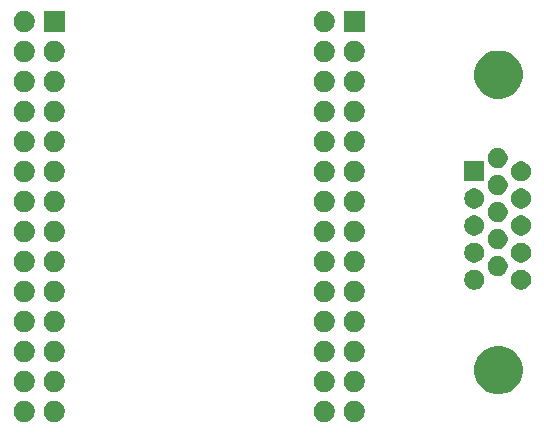
<source format=gbr>
G04 #@! TF.GenerationSoftware,KiCad,Pcbnew,(5.1.5)-3*
G04 #@! TF.CreationDate,2020-05-03T20:07:27+02:00*
G04 #@! TF.ProjectId,VGA_adapter,5647415f-6164-4617-9074-65722e6b6963,rev?*
G04 #@! TF.SameCoordinates,Original*
G04 #@! TF.FileFunction,Soldermask,Bot*
G04 #@! TF.FilePolarity,Negative*
%FSLAX46Y46*%
G04 Gerber Fmt 4.6, Leading zero omitted, Abs format (unit mm)*
G04 Created by KiCad (PCBNEW (5.1.5)-3) date 2020-05-03 20:07:27*
%MOMM*%
%LPD*%
G04 APERTURE LIST*
%ADD10C,0.100000*%
G04 APERTURE END LIST*
D10*
G36*
X115683512Y-81653927D02*
G01*
X115832812Y-81683624D01*
X115996784Y-81751544D01*
X116144354Y-81850147D01*
X116269853Y-81975646D01*
X116368456Y-82123216D01*
X116436376Y-82287188D01*
X116471000Y-82461259D01*
X116471000Y-82638741D01*
X116436376Y-82812812D01*
X116368456Y-82976784D01*
X116269853Y-83124354D01*
X116144354Y-83249853D01*
X115996784Y-83348456D01*
X115832812Y-83416376D01*
X115683512Y-83446073D01*
X115658742Y-83451000D01*
X115481258Y-83451000D01*
X115456488Y-83446073D01*
X115307188Y-83416376D01*
X115143216Y-83348456D01*
X114995646Y-83249853D01*
X114870147Y-83124354D01*
X114771544Y-82976784D01*
X114703624Y-82812812D01*
X114669000Y-82638741D01*
X114669000Y-82461259D01*
X114703624Y-82287188D01*
X114771544Y-82123216D01*
X114870147Y-81975646D01*
X114995646Y-81850147D01*
X115143216Y-81751544D01*
X115307188Y-81683624D01*
X115456488Y-81653927D01*
X115481258Y-81649000D01*
X115658742Y-81649000D01*
X115683512Y-81653927D01*
G37*
G36*
X138543512Y-81653927D02*
G01*
X138692812Y-81683624D01*
X138856784Y-81751544D01*
X139004354Y-81850147D01*
X139129853Y-81975646D01*
X139228456Y-82123216D01*
X139296376Y-82287188D01*
X139331000Y-82461259D01*
X139331000Y-82638741D01*
X139296376Y-82812812D01*
X139228456Y-82976784D01*
X139129853Y-83124354D01*
X139004354Y-83249853D01*
X138856784Y-83348456D01*
X138692812Y-83416376D01*
X138543512Y-83446073D01*
X138518742Y-83451000D01*
X138341258Y-83451000D01*
X138316488Y-83446073D01*
X138167188Y-83416376D01*
X138003216Y-83348456D01*
X137855646Y-83249853D01*
X137730147Y-83124354D01*
X137631544Y-82976784D01*
X137563624Y-82812812D01*
X137529000Y-82638741D01*
X137529000Y-82461259D01*
X137563624Y-82287188D01*
X137631544Y-82123216D01*
X137730147Y-81975646D01*
X137855646Y-81850147D01*
X138003216Y-81751544D01*
X138167188Y-81683624D01*
X138316488Y-81653927D01*
X138341258Y-81649000D01*
X138518742Y-81649000D01*
X138543512Y-81653927D01*
G37*
G36*
X141083512Y-81653927D02*
G01*
X141232812Y-81683624D01*
X141396784Y-81751544D01*
X141544354Y-81850147D01*
X141669853Y-81975646D01*
X141768456Y-82123216D01*
X141836376Y-82287188D01*
X141871000Y-82461259D01*
X141871000Y-82638741D01*
X141836376Y-82812812D01*
X141768456Y-82976784D01*
X141669853Y-83124354D01*
X141544354Y-83249853D01*
X141396784Y-83348456D01*
X141232812Y-83416376D01*
X141083512Y-83446073D01*
X141058742Y-83451000D01*
X140881258Y-83451000D01*
X140856488Y-83446073D01*
X140707188Y-83416376D01*
X140543216Y-83348456D01*
X140395646Y-83249853D01*
X140270147Y-83124354D01*
X140171544Y-82976784D01*
X140103624Y-82812812D01*
X140069000Y-82638741D01*
X140069000Y-82461259D01*
X140103624Y-82287188D01*
X140171544Y-82123216D01*
X140270147Y-81975646D01*
X140395646Y-81850147D01*
X140543216Y-81751544D01*
X140707188Y-81683624D01*
X140856488Y-81653927D01*
X140881258Y-81649000D01*
X141058742Y-81649000D01*
X141083512Y-81653927D01*
G37*
G36*
X113143512Y-81653927D02*
G01*
X113292812Y-81683624D01*
X113456784Y-81751544D01*
X113604354Y-81850147D01*
X113729853Y-81975646D01*
X113828456Y-82123216D01*
X113896376Y-82287188D01*
X113931000Y-82461259D01*
X113931000Y-82638741D01*
X113896376Y-82812812D01*
X113828456Y-82976784D01*
X113729853Y-83124354D01*
X113604354Y-83249853D01*
X113456784Y-83348456D01*
X113292812Y-83416376D01*
X113143512Y-83446073D01*
X113118742Y-83451000D01*
X112941258Y-83451000D01*
X112916488Y-83446073D01*
X112767188Y-83416376D01*
X112603216Y-83348456D01*
X112455646Y-83249853D01*
X112330147Y-83124354D01*
X112231544Y-82976784D01*
X112163624Y-82812812D01*
X112129000Y-82638741D01*
X112129000Y-82461259D01*
X112163624Y-82287188D01*
X112231544Y-82123216D01*
X112330147Y-81975646D01*
X112455646Y-81850147D01*
X112603216Y-81751544D01*
X112767188Y-81683624D01*
X112916488Y-81653927D01*
X112941258Y-81649000D01*
X113118742Y-81649000D01*
X113143512Y-81653927D01*
G37*
G36*
X153778254Y-77072818D02*
G01*
X154151511Y-77227426D01*
X154151513Y-77227427D01*
X154487436Y-77451884D01*
X154773116Y-77737564D01*
X154879504Y-77896784D01*
X154997574Y-78073489D01*
X155152182Y-78446746D01*
X155231000Y-78842993D01*
X155231000Y-79247007D01*
X155152182Y-79643254D01*
X154997574Y-80016511D01*
X154997573Y-80016513D01*
X154773116Y-80352436D01*
X154487436Y-80638116D01*
X154151513Y-80862573D01*
X154151512Y-80862574D01*
X154151511Y-80862574D01*
X153778254Y-81017182D01*
X153382007Y-81096000D01*
X152977993Y-81096000D01*
X152581746Y-81017182D01*
X152208489Y-80862574D01*
X152208488Y-80862574D01*
X152208487Y-80862573D01*
X151872564Y-80638116D01*
X151586884Y-80352436D01*
X151362427Y-80016513D01*
X151362426Y-80016511D01*
X151207818Y-79643254D01*
X151129000Y-79247007D01*
X151129000Y-78842993D01*
X151207818Y-78446746D01*
X151362426Y-78073489D01*
X151480497Y-77896784D01*
X151586884Y-77737564D01*
X151872564Y-77451884D01*
X152208487Y-77227427D01*
X152208489Y-77227426D01*
X152581746Y-77072818D01*
X152977993Y-76994000D01*
X153382007Y-76994000D01*
X153778254Y-77072818D01*
G37*
G36*
X113143512Y-79113927D02*
G01*
X113292812Y-79143624D01*
X113456784Y-79211544D01*
X113604354Y-79310147D01*
X113729853Y-79435646D01*
X113828456Y-79583216D01*
X113896376Y-79747188D01*
X113931000Y-79921259D01*
X113931000Y-80098741D01*
X113896376Y-80272812D01*
X113828456Y-80436784D01*
X113729853Y-80584354D01*
X113604354Y-80709853D01*
X113456784Y-80808456D01*
X113292812Y-80876376D01*
X113143512Y-80906073D01*
X113118742Y-80911000D01*
X112941258Y-80911000D01*
X112916488Y-80906073D01*
X112767188Y-80876376D01*
X112603216Y-80808456D01*
X112455646Y-80709853D01*
X112330147Y-80584354D01*
X112231544Y-80436784D01*
X112163624Y-80272812D01*
X112129000Y-80098741D01*
X112129000Y-79921259D01*
X112163624Y-79747188D01*
X112231544Y-79583216D01*
X112330147Y-79435646D01*
X112455646Y-79310147D01*
X112603216Y-79211544D01*
X112767188Y-79143624D01*
X112916488Y-79113927D01*
X112941258Y-79109000D01*
X113118742Y-79109000D01*
X113143512Y-79113927D01*
G37*
G36*
X115683512Y-79113927D02*
G01*
X115832812Y-79143624D01*
X115996784Y-79211544D01*
X116144354Y-79310147D01*
X116269853Y-79435646D01*
X116368456Y-79583216D01*
X116436376Y-79747188D01*
X116471000Y-79921259D01*
X116471000Y-80098741D01*
X116436376Y-80272812D01*
X116368456Y-80436784D01*
X116269853Y-80584354D01*
X116144354Y-80709853D01*
X115996784Y-80808456D01*
X115832812Y-80876376D01*
X115683512Y-80906073D01*
X115658742Y-80911000D01*
X115481258Y-80911000D01*
X115456488Y-80906073D01*
X115307188Y-80876376D01*
X115143216Y-80808456D01*
X114995646Y-80709853D01*
X114870147Y-80584354D01*
X114771544Y-80436784D01*
X114703624Y-80272812D01*
X114669000Y-80098741D01*
X114669000Y-79921259D01*
X114703624Y-79747188D01*
X114771544Y-79583216D01*
X114870147Y-79435646D01*
X114995646Y-79310147D01*
X115143216Y-79211544D01*
X115307188Y-79143624D01*
X115456488Y-79113927D01*
X115481258Y-79109000D01*
X115658742Y-79109000D01*
X115683512Y-79113927D01*
G37*
G36*
X141083512Y-79113927D02*
G01*
X141232812Y-79143624D01*
X141396784Y-79211544D01*
X141544354Y-79310147D01*
X141669853Y-79435646D01*
X141768456Y-79583216D01*
X141836376Y-79747188D01*
X141871000Y-79921259D01*
X141871000Y-80098741D01*
X141836376Y-80272812D01*
X141768456Y-80436784D01*
X141669853Y-80584354D01*
X141544354Y-80709853D01*
X141396784Y-80808456D01*
X141232812Y-80876376D01*
X141083512Y-80906073D01*
X141058742Y-80911000D01*
X140881258Y-80911000D01*
X140856488Y-80906073D01*
X140707188Y-80876376D01*
X140543216Y-80808456D01*
X140395646Y-80709853D01*
X140270147Y-80584354D01*
X140171544Y-80436784D01*
X140103624Y-80272812D01*
X140069000Y-80098741D01*
X140069000Y-79921259D01*
X140103624Y-79747188D01*
X140171544Y-79583216D01*
X140270147Y-79435646D01*
X140395646Y-79310147D01*
X140543216Y-79211544D01*
X140707188Y-79143624D01*
X140856488Y-79113927D01*
X140881258Y-79109000D01*
X141058742Y-79109000D01*
X141083512Y-79113927D01*
G37*
G36*
X138543512Y-79113927D02*
G01*
X138692812Y-79143624D01*
X138856784Y-79211544D01*
X139004354Y-79310147D01*
X139129853Y-79435646D01*
X139228456Y-79583216D01*
X139296376Y-79747188D01*
X139331000Y-79921259D01*
X139331000Y-80098741D01*
X139296376Y-80272812D01*
X139228456Y-80436784D01*
X139129853Y-80584354D01*
X139004354Y-80709853D01*
X138856784Y-80808456D01*
X138692812Y-80876376D01*
X138543512Y-80906073D01*
X138518742Y-80911000D01*
X138341258Y-80911000D01*
X138316488Y-80906073D01*
X138167188Y-80876376D01*
X138003216Y-80808456D01*
X137855646Y-80709853D01*
X137730147Y-80584354D01*
X137631544Y-80436784D01*
X137563624Y-80272812D01*
X137529000Y-80098741D01*
X137529000Y-79921259D01*
X137563624Y-79747188D01*
X137631544Y-79583216D01*
X137730147Y-79435646D01*
X137855646Y-79310147D01*
X138003216Y-79211544D01*
X138167188Y-79143624D01*
X138316488Y-79113927D01*
X138341258Y-79109000D01*
X138518742Y-79109000D01*
X138543512Y-79113927D01*
G37*
G36*
X141083512Y-76573927D02*
G01*
X141232812Y-76603624D01*
X141396784Y-76671544D01*
X141544354Y-76770147D01*
X141669853Y-76895646D01*
X141768456Y-77043216D01*
X141836376Y-77207188D01*
X141871000Y-77381259D01*
X141871000Y-77558741D01*
X141836376Y-77732812D01*
X141768456Y-77896784D01*
X141669853Y-78044354D01*
X141544354Y-78169853D01*
X141396784Y-78268456D01*
X141232812Y-78336376D01*
X141083512Y-78366073D01*
X141058742Y-78371000D01*
X140881258Y-78371000D01*
X140856488Y-78366073D01*
X140707188Y-78336376D01*
X140543216Y-78268456D01*
X140395646Y-78169853D01*
X140270147Y-78044354D01*
X140171544Y-77896784D01*
X140103624Y-77732812D01*
X140069000Y-77558741D01*
X140069000Y-77381259D01*
X140103624Y-77207188D01*
X140171544Y-77043216D01*
X140270147Y-76895646D01*
X140395646Y-76770147D01*
X140543216Y-76671544D01*
X140707188Y-76603624D01*
X140856488Y-76573927D01*
X140881258Y-76569000D01*
X141058742Y-76569000D01*
X141083512Y-76573927D01*
G37*
G36*
X113143512Y-76573927D02*
G01*
X113292812Y-76603624D01*
X113456784Y-76671544D01*
X113604354Y-76770147D01*
X113729853Y-76895646D01*
X113828456Y-77043216D01*
X113896376Y-77207188D01*
X113931000Y-77381259D01*
X113931000Y-77558741D01*
X113896376Y-77732812D01*
X113828456Y-77896784D01*
X113729853Y-78044354D01*
X113604354Y-78169853D01*
X113456784Y-78268456D01*
X113292812Y-78336376D01*
X113143512Y-78366073D01*
X113118742Y-78371000D01*
X112941258Y-78371000D01*
X112916488Y-78366073D01*
X112767188Y-78336376D01*
X112603216Y-78268456D01*
X112455646Y-78169853D01*
X112330147Y-78044354D01*
X112231544Y-77896784D01*
X112163624Y-77732812D01*
X112129000Y-77558741D01*
X112129000Y-77381259D01*
X112163624Y-77207188D01*
X112231544Y-77043216D01*
X112330147Y-76895646D01*
X112455646Y-76770147D01*
X112603216Y-76671544D01*
X112767188Y-76603624D01*
X112916488Y-76573927D01*
X112941258Y-76569000D01*
X113118742Y-76569000D01*
X113143512Y-76573927D01*
G37*
G36*
X115683512Y-76573927D02*
G01*
X115832812Y-76603624D01*
X115996784Y-76671544D01*
X116144354Y-76770147D01*
X116269853Y-76895646D01*
X116368456Y-77043216D01*
X116436376Y-77207188D01*
X116471000Y-77381259D01*
X116471000Y-77558741D01*
X116436376Y-77732812D01*
X116368456Y-77896784D01*
X116269853Y-78044354D01*
X116144354Y-78169853D01*
X115996784Y-78268456D01*
X115832812Y-78336376D01*
X115683512Y-78366073D01*
X115658742Y-78371000D01*
X115481258Y-78371000D01*
X115456488Y-78366073D01*
X115307188Y-78336376D01*
X115143216Y-78268456D01*
X114995646Y-78169853D01*
X114870147Y-78044354D01*
X114771544Y-77896784D01*
X114703624Y-77732812D01*
X114669000Y-77558741D01*
X114669000Y-77381259D01*
X114703624Y-77207188D01*
X114771544Y-77043216D01*
X114870147Y-76895646D01*
X114995646Y-76770147D01*
X115143216Y-76671544D01*
X115307188Y-76603624D01*
X115456488Y-76573927D01*
X115481258Y-76569000D01*
X115658742Y-76569000D01*
X115683512Y-76573927D01*
G37*
G36*
X138543512Y-76573927D02*
G01*
X138692812Y-76603624D01*
X138856784Y-76671544D01*
X139004354Y-76770147D01*
X139129853Y-76895646D01*
X139228456Y-77043216D01*
X139296376Y-77207188D01*
X139331000Y-77381259D01*
X139331000Y-77558741D01*
X139296376Y-77732812D01*
X139228456Y-77896784D01*
X139129853Y-78044354D01*
X139004354Y-78169853D01*
X138856784Y-78268456D01*
X138692812Y-78336376D01*
X138543512Y-78366073D01*
X138518742Y-78371000D01*
X138341258Y-78371000D01*
X138316488Y-78366073D01*
X138167188Y-78336376D01*
X138003216Y-78268456D01*
X137855646Y-78169853D01*
X137730147Y-78044354D01*
X137631544Y-77896784D01*
X137563624Y-77732812D01*
X137529000Y-77558741D01*
X137529000Y-77381259D01*
X137563624Y-77207188D01*
X137631544Y-77043216D01*
X137730147Y-76895646D01*
X137855646Y-76770147D01*
X138003216Y-76671544D01*
X138167188Y-76603624D01*
X138316488Y-76573927D01*
X138341258Y-76569000D01*
X138518742Y-76569000D01*
X138543512Y-76573927D01*
G37*
G36*
X138543512Y-74033927D02*
G01*
X138692812Y-74063624D01*
X138856784Y-74131544D01*
X139004354Y-74230147D01*
X139129853Y-74355646D01*
X139228456Y-74503216D01*
X139296376Y-74667188D01*
X139331000Y-74841259D01*
X139331000Y-75018741D01*
X139296376Y-75192812D01*
X139228456Y-75356784D01*
X139129853Y-75504354D01*
X139004354Y-75629853D01*
X138856784Y-75728456D01*
X138692812Y-75796376D01*
X138543512Y-75826073D01*
X138518742Y-75831000D01*
X138341258Y-75831000D01*
X138316488Y-75826073D01*
X138167188Y-75796376D01*
X138003216Y-75728456D01*
X137855646Y-75629853D01*
X137730147Y-75504354D01*
X137631544Y-75356784D01*
X137563624Y-75192812D01*
X137529000Y-75018741D01*
X137529000Y-74841259D01*
X137563624Y-74667188D01*
X137631544Y-74503216D01*
X137730147Y-74355646D01*
X137855646Y-74230147D01*
X138003216Y-74131544D01*
X138167188Y-74063624D01*
X138316488Y-74033927D01*
X138341258Y-74029000D01*
X138518742Y-74029000D01*
X138543512Y-74033927D01*
G37*
G36*
X115683512Y-74033927D02*
G01*
X115832812Y-74063624D01*
X115996784Y-74131544D01*
X116144354Y-74230147D01*
X116269853Y-74355646D01*
X116368456Y-74503216D01*
X116436376Y-74667188D01*
X116471000Y-74841259D01*
X116471000Y-75018741D01*
X116436376Y-75192812D01*
X116368456Y-75356784D01*
X116269853Y-75504354D01*
X116144354Y-75629853D01*
X115996784Y-75728456D01*
X115832812Y-75796376D01*
X115683512Y-75826073D01*
X115658742Y-75831000D01*
X115481258Y-75831000D01*
X115456488Y-75826073D01*
X115307188Y-75796376D01*
X115143216Y-75728456D01*
X114995646Y-75629853D01*
X114870147Y-75504354D01*
X114771544Y-75356784D01*
X114703624Y-75192812D01*
X114669000Y-75018741D01*
X114669000Y-74841259D01*
X114703624Y-74667188D01*
X114771544Y-74503216D01*
X114870147Y-74355646D01*
X114995646Y-74230147D01*
X115143216Y-74131544D01*
X115307188Y-74063624D01*
X115456488Y-74033927D01*
X115481258Y-74029000D01*
X115658742Y-74029000D01*
X115683512Y-74033927D01*
G37*
G36*
X141083512Y-74033927D02*
G01*
X141232812Y-74063624D01*
X141396784Y-74131544D01*
X141544354Y-74230147D01*
X141669853Y-74355646D01*
X141768456Y-74503216D01*
X141836376Y-74667188D01*
X141871000Y-74841259D01*
X141871000Y-75018741D01*
X141836376Y-75192812D01*
X141768456Y-75356784D01*
X141669853Y-75504354D01*
X141544354Y-75629853D01*
X141396784Y-75728456D01*
X141232812Y-75796376D01*
X141083512Y-75826073D01*
X141058742Y-75831000D01*
X140881258Y-75831000D01*
X140856488Y-75826073D01*
X140707188Y-75796376D01*
X140543216Y-75728456D01*
X140395646Y-75629853D01*
X140270147Y-75504354D01*
X140171544Y-75356784D01*
X140103624Y-75192812D01*
X140069000Y-75018741D01*
X140069000Y-74841259D01*
X140103624Y-74667188D01*
X140171544Y-74503216D01*
X140270147Y-74355646D01*
X140395646Y-74230147D01*
X140543216Y-74131544D01*
X140707188Y-74063624D01*
X140856488Y-74033927D01*
X140881258Y-74029000D01*
X141058742Y-74029000D01*
X141083512Y-74033927D01*
G37*
G36*
X113143512Y-74033927D02*
G01*
X113292812Y-74063624D01*
X113456784Y-74131544D01*
X113604354Y-74230147D01*
X113729853Y-74355646D01*
X113828456Y-74503216D01*
X113896376Y-74667188D01*
X113931000Y-74841259D01*
X113931000Y-75018741D01*
X113896376Y-75192812D01*
X113828456Y-75356784D01*
X113729853Y-75504354D01*
X113604354Y-75629853D01*
X113456784Y-75728456D01*
X113292812Y-75796376D01*
X113143512Y-75826073D01*
X113118742Y-75831000D01*
X112941258Y-75831000D01*
X112916488Y-75826073D01*
X112767188Y-75796376D01*
X112603216Y-75728456D01*
X112455646Y-75629853D01*
X112330147Y-75504354D01*
X112231544Y-75356784D01*
X112163624Y-75192812D01*
X112129000Y-75018741D01*
X112129000Y-74841259D01*
X112163624Y-74667188D01*
X112231544Y-74503216D01*
X112330147Y-74355646D01*
X112455646Y-74230147D01*
X112603216Y-74131544D01*
X112767188Y-74063624D01*
X112916488Y-74033927D01*
X112941258Y-74029000D01*
X113118742Y-74029000D01*
X113143512Y-74033927D01*
G37*
G36*
X138543512Y-71493927D02*
G01*
X138692812Y-71523624D01*
X138856784Y-71591544D01*
X139004354Y-71690147D01*
X139129853Y-71815646D01*
X139228456Y-71963216D01*
X139296376Y-72127188D01*
X139331000Y-72301259D01*
X139331000Y-72478741D01*
X139296376Y-72652812D01*
X139228456Y-72816784D01*
X139129853Y-72964354D01*
X139004354Y-73089853D01*
X138856784Y-73188456D01*
X138692812Y-73256376D01*
X138543512Y-73286073D01*
X138518742Y-73291000D01*
X138341258Y-73291000D01*
X138316488Y-73286073D01*
X138167188Y-73256376D01*
X138003216Y-73188456D01*
X137855646Y-73089853D01*
X137730147Y-72964354D01*
X137631544Y-72816784D01*
X137563624Y-72652812D01*
X137529000Y-72478741D01*
X137529000Y-72301259D01*
X137563624Y-72127188D01*
X137631544Y-71963216D01*
X137730147Y-71815646D01*
X137855646Y-71690147D01*
X138003216Y-71591544D01*
X138167188Y-71523624D01*
X138316488Y-71493927D01*
X138341258Y-71489000D01*
X138518742Y-71489000D01*
X138543512Y-71493927D01*
G37*
G36*
X113143512Y-71493927D02*
G01*
X113292812Y-71523624D01*
X113456784Y-71591544D01*
X113604354Y-71690147D01*
X113729853Y-71815646D01*
X113828456Y-71963216D01*
X113896376Y-72127188D01*
X113931000Y-72301259D01*
X113931000Y-72478741D01*
X113896376Y-72652812D01*
X113828456Y-72816784D01*
X113729853Y-72964354D01*
X113604354Y-73089853D01*
X113456784Y-73188456D01*
X113292812Y-73256376D01*
X113143512Y-73286073D01*
X113118742Y-73291000D01*
X112941258Y-73291000D01*
X112916488Y-73286073D01*
X112767188Y-73256376D01*
X112603216Y-73188456D01*
X112455646Y-73089853D01*
X112330147Y-72964354D01*
X112231544Y-72816784D01*
X112163624Y-72652812D01*
X112129000Y-72478741D01*
X112129000Y-72301259D01*
X112163624Y-72127188D01*
X112231544Y-71963216D01*
X112330147Y-71815646D01*
X112455646Y-71690147D01*
X112603216Y-71591544D01*
X112767188Y-71523624D01*
X112916488Y-71493927D01*
X112941258Y-71489000D01*
X113118742Y-71489000D01*
X113143512Y-71493927D01*
G37*
G36*
X115683512Y-71493927D02*
G01*
X115832812Y-71523624D01*
X115996784Y-71591544D01*
X116144354Y-71690147D01*
X116269853Y-71815646D01*
X116368456Y-71963216D01*
X116436376Y-72127188D01*
X116471000Y-72301259D01*
X116471000Y-72478741D01*
X116436376Y-72652812D01*
X116368456Y-72816784D01*
X116269853Y-72964354D01*
X116144354Y-73089853D01*
X115996784Y-73188456D01*
X115832812Y-73256376D01*
X115683512Y-73286073D01*
X115658742Y-73291000D01*
X115481258Y-73291000D01*
X115456488Y-73286073D01*
X115307188Y-73256376D01*
X115143216Y-73188456D01*
X114995646Y-73089853D01*
X114870147Y-72964354D01*
X114771544Y-72816784D01*
X114703624Y-72652812D01*
X114669000Y-72478741D01*
X114669000Y-72301259D01*
X114703624Y-72127188D01*
X114771544Y-71963216D01*
X114870147Y-71815646D01*
X114995646Y-71690147D01*
X115143216Y-71591544D01*
X115307188Y-71523624D01*
X115456488Y-71493927D01*
X115481258Y-71489000D01*
X115658742Y-71489000D01*
X115683512Y-71493927D01*
G37*
G36*
X141083512Y-71493927D02*
G01*
X141232812Y-71523624D01*
X141396784Y-71591544D01*
X141544354Y-71690147D01*
X141669853Y-71815646D01*
X141768456Y-71963216D01*
X141836376Y-72127188D01*
X141871000Y-72301259D01*
X141871000Y-72478741D01*
X141836376Y-72652812D01*
X141768456Y-72816784D01*
X141669853Y-72964354D01*
X141544354Y-73089853D01*
X141396784Y-73188456D01*
X141232812Y-73256376D01*
X141083512Y-73286073D01*
X141058742Y-73291000D01*
X140881258Y-73291000D01*
X140856488Y-73286073D01*
X140707188Y-73256376D01*
X140543216Y-73188456D01*
X140395646Y-73089853D01*
X140270147Y-72964354D01*
X140171544Y-72816784D01*
X140103624Y-72652812D01*
X140069000Y-72478741D01*
X140069000Y-72301259D01*
X140103624Y-72127188D01*
X140171544Y-71963216D01*
X140270147Y-71815646D01*
X140395646Y-71690147D01*
X140543216Y-71591544D01*
X140707188Y-71523624D01*
X140856488Y-71493927D01*
X140881258Y-71489000D01*
X141058742Y-71489000D01*
X141083512Y-71493927D01*
G37*
G36*
X155338228Y-70571703D02*
G01*
X155493100Y-70635853D01*
X155632481Y-70728985D01*
X155751015Y-70847519D01*
X155844147Y-70986900D01*
X155908297Y-71141772D01*
X155941000Y-71306184D01*
X155941000Y-71473816D01*
X155908297Y-71638228D01*
X155844147Y-71793100D01*
X155751015Y-71932481D01*
X155632481Y-72051015D01*
X155493100Y-72144147D01*
X155338228Y-72208297D01*
X155173816Y-72241000D01*
X155006184Y-72241000D01*
X154841772Y-72208297D01*
X154686900Y-72144147D01*
X154547519Y-72051015D01*
X154428985Y-71932481D01*
X154335853Y-71793100D01*
X154271703Y-71638228D01*
X154239000Y-71473816D01*
X154239000Y-71306184D01*
X154271703Y-71141772D01*
X154335853Y-70986900D01*
X154428985Y-70847519D01*
X154547519Y-70728985D01*
X154686900Y-70635853D01*
X154841772Y-70571703D01*
X155006184Y-70539000D01*
X155173816Y-70539000D01*
X155338228Y-70571703D01*
G37*
G36*
X151378228Y-70571703D02*
G01*
X151533100Y-70635853D01*
X151672481Y-70728985D01*
X151791015Y-70847519D01*
X151884147Y-70986900D01*
X151948297Y-71141772D01*
X151981000Y-71306184D01*
X151981000Y-71473816D01*
X151948297Y-71638228D01*
X151884147Y-71793100D01*
X151791015Y-71932481D01*
X151672481Y-72051015D01*
X151533100Y-72144147D01*
X151378228Y-72208297D01*
X151213816Y-72241000D01*
X151046184Y-72241000D01*
X150881772Y-72208297D01*
X150726900Y-72144147D01*
X150587519Y-72051015D01*
X150468985Y-71932481D01*
X150375853Y-71793100D01*
X150311703Y-71638228D01*
X150279000Y-71473816D01*
X150279000Y-71306184D01*
X150311703Y-71141772D01*
X150375853Y-70986900D01*
X150468985Y-70847519D01*
X150587519Y-70728985D01*
X150726900Y-70635853D01*
X150881772Y-70571703D01*
X151046184Y-70539000D01*
X151213816Y-70539000D01*
X151378228Y-70571703D01*
G37*
G36*
X153358228Y-69426703D02*
G01*
X153513100Y-69490853D01*
X153652481Y-69583985D01*
X153771015Y-69702519D01*
X153864147Y-69841900D01*
X153928297Y-69996772D01*
X153961000Y-70161184D01*
X153961000Y-70328816D01*
X153928297Y-70493228D01*
X153864147Y-70648100D01*
X153771015Y-70787481D01*
X153652481Y-70906015D01*
X153513100Y-70999147D01*
X153358228Y-71063297D01*
X153193816Y-71096000D01*
X153026184Y-71096000D01*
X152861772Y-71063297D01*
X152706900Y-70999147D01*
X152567519Y-70906015D01*
X152448985Y-70787481D01*
X152355853Y-70648100D01*
X152291703Y-70493228D01*
X152259000Y-70328816D01*
X152259000Y-70161184D01*
X152291703Y-69996772D01*
X152355853Y-69841900D01*
X152448985Y-69702519D01*
X152567519Y-69583985D01*
X152706900Y-69490853D01*
X152861772Y-69426703D01*
X153026184Y-69394000D01*
X153193816Y-69394000D01*
X153358228Y-69426703D01*
G37*
G36*
X115683512Y-68953927D02*
G01*
X115832812Y-68983624D01*
X115996784Y-69051544D01*
X116144354Y-69150147D01*
X116269853Y-69275646D01*
X116368456Y-69423216D01*
X116436376Y-69587188D01*
X116459316Y-69702519D01*
X116470952Y-69761015D01*
X116471000Y-69761259D01*
X116471000Y-69938741D01*
X116436376Y-70112812D01*
X116368456Y-70276784D01*
X116269853Y-70424354D01*
X116144354Y-70549853D01*
X115996784Y-70648456D01*
X115832812Y-70716376D01*
X115683512Y-70746073D01*
X115658742Y-70751000D01*
X115481258Y-70751000D01*
X115456488Y-70746073D01*
X115307188Y-70716376D01*
X115143216Y-70648456D01*
X114995646Y-70549853D01*
X114870147Y-70424354D01*
X114771544Y-70276784D01*
X114703624Y-70112812D01*
X114669000Y-69938741D01*
X114669000Y-69761259D01*
X114669049Y-69761015D01*
X114680684Y-69702519D01*
X114703624Y-69587188D01*
X114771544Y-69423216D01*
X114870147Y-69275646D01*
X114995646Y-69150147D01*
X115143216Y-69051544D01*
X115307188Y-68983624D01*
X115456488Y-68953927D01*
X115481258Y-68949000D01*
X115658742Y-68949000D01*
X115683512Y-68953927D01*
G37*
G36*
X113143512Y-68953927D02*
G01*
X113292812Y-68983624D01*
X113456784Y-69051544D01*
X113604354Y-69150147D01*
X113729853Y-69275646D01*
X113828456Y-69423216D01*
X113896376Y-69587188D01*
X113919316Y-69702519D01*
X113930952Y-69761015D01*
X113931000Y-69761259D01*
X113931000Y-69938741D01*
X113896376Y-70112812D01*
X113828456Y-70276784D01*
X113729853Y-70424354D01*
X113604354Y-70549853D01*
X113456784Y-70648456D01*
X113292812Y-70716376D01*
X113143512Y-70746073D01*
X113118742Y-70751000D01*
X112941258Y-70751000D01*
X112916488Y-70746073D01*
X112767188Y-70716376D01*
X112603216Y-70648456D01*
X112455646Y-70549853D01*
X112330147Y-70424354D01*
X112231544Y-70276784D01*
X112163624Y-70112812D01*
X112129000Y-69938741D01*
X112129000Y-69761259D01*
X112129049Y-69761015D01*
X112140684Y-69702519D01*
X112163624Y-69587188D01*
X112231544Y-69423216D01*
X112330147Y-69275646D01*
X112455646Y-69150147D01*
X112603216Y-69051544D01*
X112767188Y-68983624D01*
X112916488Y-68953927D01*
X112941258Y-68949000D01*
X113118742Y-68949000D01*
X113143512Y-68953927D01*
G37*
G36*
X138543512Y-68953927D02*
G01*
X138692812Y-68983624D01*
X138856784Y-69051544D01*
X139004354Y-69150147D01*
X139129853Y-69275646D01*
X139228456Y-69423216D01*
X139296376Y-69587188D01*
X139319316Y-69702519D01*
X139330952Y-69761015D01*
X139331000Y-69761259D01*
X139331000Y-69938741D01*
X139296376Y-70112812D01*
X139228456Y-70276784D01*
X139129853Y-70424354D01*
X139004354Y-70549853D01*
X138856784Y-70648456D01*
X138692812Y-70716376D01*
X138543512Y-70746073D01*
X138518742Y-70751000D01*
X138341258Y-70751000D01*
X138316488Y-70746073D01*
X138167188Y-70716376D01*
X138003216Y-70648456D01*
X137855646Y-70549853D01*
X137730147Y-70424354D01*
X137631544Y-70276784D01*
X137563624Y-70112812D01*
X137529000Y-69938741D01*
X137529000Y-69761259D01*
X137529049Y-69761015D01*
X137540684Y-69702519D01*
X137563624Y-69587188D01*
X137631544Y-69423216D01*
X137730147Y-69275646D01*
X137855646Y-69150147D01*
X138003216Y-69051544D01*
X138167188Y-68983624D01*
X138316488Y-68953927D01*
X138341258Y-68949000D01*
X138518742Y-68949000D01*
X138543512Y-68953927D01*
G37*
G36*
X141083512Y-68953927D02*
G01*
X141232812Y-68983624D01*
X141396784Y-69051544D01*
X141544354Y-69150147D01*
X141669853Y-69275646D01*
X141768456Y-69423216D01*
X141836376Y-69587188D01*
X141859316Y-69702519D01*
X141870952Y-69761015D01*
X141871000Y-69761259D01*
X141871000Y-69938741D01*
X141836376Y-70112812D01*
X141768456Y-70276784D01*
X141669853Y-70424354D01*
X141544354Y-70549853D01*
X141396784Y-70648456D01*
X141232812Y-70716376D01*
X141083512Y-70746073D01*
X141058742Y-70751000D01*
X140881258Y-70751000D01*
X140856488Y-70746073D01*
X140707188Y-70716376D01*
X140543216Y-70648456D01*
X140395646Y-70549853D01*
X140270147Y-70424354D01*
X140171544Y-70276784D01*
X140103624Y-70112812D01*
X140069000Y-69938741D01*
X140069000Y-69761259D01*
X140069049Y-69761015D01*
X140080684Y-69702519D01*
X140103624Y-69587188D01*
X140171544Y-69423216D01*
X140270147Y-69275646D01*
X140395646Y-69150147D01*
X140543216Y-69051544D01*
X140707188Y-68983624D01*
X140856488Y-68953927D01*
X140881258Y-68949000D01*
X141058742Y-68949000D01*
X141083512Y-68953927D01*
G37*
G36*
X155338228Y-68281703D02*
G01*
X155493100Y-68345853D01*
X155632481Y-68438985D01*
X155751015Y-68557519D01*
X155844147Y-68696900D01*
X155908297Y-68851772D01*
X155941000Y-69016184D01*
X155941000Y-69183816D01*
X155908297Y-69348228D01*
X155844147Y-69503100D01*
X155751015Y-69642481D01*
X155632481Y-69761015D01*
X155493100Y-69854147D01*
X155338228Y-69918297D01*
X155173816Y-69951000D01*
X155006184Y-69951000D01*
X154841772Y-69918297D01*
X154686900Y-69854147D01*
X154547519Y-69761015D01*
X154428985Y-69642481D01*
X154335853Y-69503100D01*
X154271703Y-69348228D01*
X154239000Y-69183816D01*
X154239000Y-69016184D01*
X154271703Y-68851772D01*
X154335853Y-68696900D01*
X154428985Y-68557519D01*
X154547519Y-68438985D01*
X154686900Y-68345853D01*
X154841772Y-68281703D01*
X155006184Y-68249000D01*
X155173816Y-68249000D01*
X155338228Y-68281703D01*
G37*
G36*
X151378228Y-68281703D02*
G01*
X151533100Y-68345853D01*
X151672481Y-68438985D01*
X151791015Y-68557519D01*
X151884147Y-68696900D01*
X151948297Y-68851772D01*
X151981000Y-69016184D01*
X151981000Y-69183816D01*
X151948297Y-69348228D01*
X151884147Y-69503100D01*
X151791015Y-69642481D01*
X151672481Y-69761015D01*
X151533100Y-69854147D01*
X151378228Y-69918297D01*
X151213816Y-69951000D01*
X151046184Y-69951000D01*
X150881772Y-69918297D01*
X150726900Y-69854147D01*
X150587519Y-69761015D01*
X150468985Y-69642481D01*
X150375853Y-69503100D01*
X150311703Y-69348228D01*
X150279000Y-69183816D01*
X150279000Y-69016184D01*
X150311703Y-68851772D01*
X150375853Y-68696900D01*
X150468985Y-68557519D01*
X150587519Y-68438985D01*
X150726900Y-68345853D01*
X150881772Y-68281703D01*
X151046184Y-68249000D01*
X151213816Y-68249000D01*
X151378228Y-68281703D01*
G37*
G36*
X153358228Y-67136703D02*
G01*
X153513100Y-67200853D01*
X153652481Y-67293985D01*
X153771015Y-67412519D01*
X153864147Y-67551900D01*
X153928297Y-67706772D01*
X153961000Y-67871184D01*
X153961000Y-68038816D01*
X153928297Y-68203228D01*
X153864147Y-68358100D01*
X153771015Y-68497481D01*
X153652481Y-68616015D01*
X153513100Y-68709147D01*
X153358228Y-68773297D01*
X153193816Y-68806000D01*
X153026184Y-68806000D01*
X152861772Y-68773297D01*
X152706900Y-68709147D01*
X152567519Y-68616015D01*
X152448985Y-68497481D01*
X152355853Y-68358100D01*
X152291703Y-68203228D01*
X152259000Y-68038816D01*
X152259000Y-67871184D01*
X152291703Y-67706772D01*
X152355853Y-67551900D01*
X152448985Y-67412519D01*
X152567519Y-67293985D01*
X152706900Y-67200853D01*
X152861772Y-67136703D01*
X153026184Y-67104000D01*
X153193816Y-67104000D01*
X153358228Y-67136703D01*
G37*
G36*
X115683512Y-66413927D02*
G01*
X115832812Y-66443624D01*
X115996784Y-66511544D01*
X116144354Y-66610147D01*
X116269853Y-66735646D01*
X116368456Y-66883216D01*
X116436376Y-67047188D01*
X116466073Y-67196488D01*
X116471000Y-67221258D01*
X116471000Y-67398742D01*
X116468259Y-67412520D01*
X116436376Y-67572812D01*
X116368456Y-67736784D01*
X116269853Y-67884354D01*
X116144354Y-68009853D01*
X115996784Y-68108456D01*
X115832812Y-68176376D01*
X115697814Y-68203228D01*
X115658742Y-68211000D01*
X115481258Y-68211000D01*
X115442186Y-68203228D01*
X115307188Y-68176376D01*
X115143216Y-68108456D01*
X114995646Y-68009853D01*
X114870147Y-67884354D01*
X114771544Y-67736784D01*
X114703624Y-67572812D01*
X114671741Y-67412520D01*
X114669000Y-67398742D01*
X114669000Y-67221258D01*
X114673927Y-67196488D01*
X114703624Y-67047188D01*
X114771544Y-66883216D01*
X114870147Y-66735646D01*
X114995646Y-66610147D01*
X115143216Y-66511544D01*
X115307188Y-66443624D01*
X115456488Y-66413927D01*
X115481258Y-66409000D01*
X115658742Y-66409000D01*
X115683512Y-66413927D01*
G37*
G36*
X113143512Y-66413927D02*
G01*
X113292812Y-66443624D01*
X113456784Y-66511544D01*
X113604354Y-66610147D01*
X113729853Y-66735646D01*
X113828456Y-66883216D01*
X113896376Y-67047188D01*
X113926073Y-67196488D01*
X113931000Y-67221258D01*
X113931000Y-67398742D01*
X113928259Y-67412520D01*
X113896376Y-67572812D01*
X113828456Y-67736784D01*
X113729853Y-67884354D01*
X113604354Y-68009853D01*
X113456784Y-68108456D01*
X113292812Y-68176376D01*
X113157814Y-68203228D01*
X113118742Y-68211000D01*
X112941258Y-68211000D01*
X112902186Y-68203228D01*
X112767188Y-68176376D01*
X112603216Y-68108456D01*
X112455646Y-68009853D01*
X112330147Y-67884354D01*
X112231544Y-67736784D01*
X112163624Y-67572812D01*
X112131741Y-67412520D01*
X112129000Y-67398742D01*
X112129000Y-67221258D01*
X112133927Y-67196488D01*
X112163624Y-67047188D01*
X112231544Y-66883216D01*
X112330147Y-66735646D01*
X112455646Y-66610147D01*
X112603216Y-66511544D01*
X112767188Y-66443624D01*
X112916488Y-66413927D01*
X112941258Y-66409000D01*
X113118742Y-66409000D01*
X113143512Y-66413927D01*
G37*
G36*
X138543512Y-66413927D02*
G01*
X138692812Y-66443624D01*
X138856784Y-66511544D01*
X139004354Y-66610147D01*
X139129853Y-66735646D01*
X139228456Y-66883216D01*
X139296376Y-67047188D01*
X139326073Y-67196488D01*
X139331000Y-67221258D01*
X139331000Y-67398742D01*
X139328259Y-67412520D01*
X139296376Y-67572812D01*
X139228456Y-67736784D01*
X139129853Y-67884354D01*
X139004354Y-68009853D01*
X138856784Y-68108456D01*
X138692812Y-68176376D01*
X138557814Y-68203228D01*
X138518742Y-68211000D01*
X138341258Y-68211000D01*
X138302186Y-68203228D01*
X138167188Y-68176376D01*
X138003216Y-68108456D01*
X137855646Y-68009853D01*
X137730147Y-67884354D01*
X137631544Y-67736784D01*
X137563624Y-67572812D01*
X137531741Y-67412520D01*
X137529000Y-67398742D01*
X137529000Y-67221258D01*
X137533927Y-67196488D01*
X137563624Y-67047188D01*
X137631544Y-66883216D01*
X137730147Y-66735646D01*
X137855646Y-66610147D01*
X138003216Y-66511544D01*
X138167188Y-66443624D01*
X138316488Y-66413927D01*
X138341258Y-66409000D01*
X138518742Y-66409000D01*
X138543512Y-66413927D01*
G37*
G36*
X141083512Y-66413927D02*
G01*
X141232812Y-66443624D01*
X141396784Y-66511544D01*
X141544354Y-66610147D01*
X141669853Y-66735646D01*
X141768456Y-66883216D01*
X141836376Y-67047188D01*
X141866073Y-67196488D01*
X141871000Y-67221258D01*
X141871000Y-67398742D01*
X141868259Y-67412520D01*
X141836376Y-67572812D01*
X141768456Y-67736784D01*
X141669853Y-67884354D01*
X141544354Y-68009853D01*
X141396784Y-68108456D01*
X141232812Y-68176376D01*
X141097814Y-68203228D01*
X141058742Y-68211000D01*
X140881258Y-68211000D01*
X140842186Y-68203228D01*
X140707188Y-68176376D01*
X140543216Y-68108456D01*
X140395646Y-68009853D01*
X140270147Y-67884354D01*
X140171544Y-67736784D01*
X140103624Y-67572812D01*
X140071741Y-67412520D01*
X140069000Y-67398742D01*
X140069000Y-67221258D01*
X140073927Y-67196488D01*
X140103624Y-67047188D01*
X140171544Y-66883216D01*
X140270147Y-66735646D01*
X140395646Y-66610147D01*
X140543216Y-66511544D01*
X140707188Y-66443624D01*
X140856488Y-66413927D01*
X140881258Y-66409000D01*
X141058742Y-66409000D01*
X141083512Y-66413927D01*
G37*
G36*
X155338228Y-65991703D02*
G01*
X155493100Y-66055853D01*
X155632481Y-66148985D01*
X155751015Y-66267519D01*
X155844147Y-66406900D01*
X155908297Y-66561772D01*
X155941000Y-66726184D01*
X155941000Y-66893816D01*
X155908297Y-67058228D01*
X155844147Y-67213100D01*
X155751015Y-67352481D01*
X155632481Y-67471015D01*
X155493100Y-67564147D01*
X155338228Y-67628297D01*
X155173816Y-67661000D01*
X155006184Y-67661000D01*
X154841772Y-67628297D01*
X154686900Y-67564147D01*
X154547519Y-67471015D01*
X154428985Y-67352481D01*
X154335853Y-67213100D01*
X154271703Y-67058228D01*
X154239000Y-66893816D01*
X154239000Y-66726184D01*
X154271703Y-66561772D01*
X154335853Y-66406900D01*
X154428985Y-66267519D01*
X154547519Y-66148985D01*
X154686900Y-66055853D01*
X154841772Y-65991703D01*
X155006184Y-65959000D01*
X155173816Y-65959000D01*
X155338228Y-65991703D01*
G37*
G36*
X151378228Y-65991703D02*
G01*
X151533100Y-66055853D01*
X151672481Y-66148985D01*
X151791015Y-66267519D01*
X151884147Y-66406900D01*
X151948297Y-66561772D01*
X151981000Y-66726184D01*
X151981000Y-66893816D01*
X151948297Y-67058228D01*
X151884147Y-67213100D01*
X151791015Y-67352481D01*
X151672481Y-67471015D01*
X151533100Y-67564147D01*
X151378228Y-67628297D01*
X151213816Y-67661000D01*
X151046184Y-67661000D01*
X150881772Y-67628297D01*
X150726900Y-67564147D01*
X150587519Y-67471015D01*
X150468985Y-67352481D01*
X150375853Y-67213100D01*
X150311703Y-67058228D01*
X150279000Y-66893816D01*
X150279000Y-66726184D01*
X150311703Y-66561772D01*
X150375853Y-66406900D01*
X150468985Y-66267519D01*
X150587519Y-66148985D01*
X150726900Y-66055853D01*
X150881772Y-65991703D01*
X151046184Y-65959000D01*
X151213816Y-65959000D01*
X151378228Y-65991703D01*
G37*
G36*
X153358228Y-64846703D02*
G01*
X153513100Y-64910853D01*
X153652481Y-65003985D01*
X153771015Y-65122519D01*
X153864147Y-65261900D01*
X153928297Y-65416772D01*
X153961000Y-65581184D01*
X153961000Y-65748816D01*
X153928297Y-65913228D01*
X153864147Y-66068100D01*
X153771015Y-66207481D01*
X153652481Y-66326015D01*
X153513100Y-66419147D01*
X153358228Y-66483297D01*
X153193816Y-66516000D01*
X153026184Y-66516000D01*
X152861772Y-66483297D01*
X152706900Y-66419147D01*
X152567519Y-66326015D01*
X152448985Y-66207481D01*
X152355853Y-66068100D01*
X152291703Y-65913228D01*
X152259000Y-65748816D01*
X152259000Y-65581184D01*
X152291703Y-65416772D01*
X152355853Y-65261900D01*
X152448985Y-65122519D01*
X152567519Y-65003985D01*
X152706900Y-64910853D01*
X152861772Y-64846703D01*
X153026184Y-64814000D01*
X153193816Y-64814000D01*
X153358228Y-64846703D01*
G37*
G36*
X113143512Y-63873927D02*
G01*
X113292812Y-63903624D01*
X113456784Y-63971544D01*
X113604354Y-64070147D01*
X113729853Y-64195646D01*
X113828456Y-64343216D01*
X113896376Y-64507188D01*
X113931000Y-64681259D01*
X113931000Y-64858741D01*
X113896376Y-65032812D01*
X113828456Y-65196784D01*
X113729853Y-65344354D01*
X113604354Y-65469853D01*
X113456784Y-65568456D01*
X113292812Y-65636376D01*
X113143512Y-65666073D01*
X113118742Y-65671000D01*
X112941258Y-65671000D01*
X112916488Y-65666073D01*
X112767188Y-65636376D01*
X112603216Y-65568456D01*
X112455646Y-65469853D01*
X112330147Y-65344354D01*
X112231544Y-65196784D01*
X112163624Y-65032812D01*
X112129000Y-64858741D01*
X112129000Y-64681259D01*
X112163624Y-64507188D01*
X112231544Y-64343216D01*
X112330147Y-64195646D01*
X112455646Y-64070147D01*
X112603216Y-63971544D01*
X112767188Y-63903624D01*
X112916488Y-63873927D01*
X112941258Y-63869000D01*
X113118742Y-63869000D01*
X113143512Y-63873927D01*
G37*
G36*
X141083512Y-63873927D02*
G01*
X141232812Y-63903624D01*
X141396784Y-63971544D01*
X141544354Y-64070147D01*
X141669853Y-64195646D01*
X141768456Y-64343216D01*
X141836376Y-64507188D01*
X141871000Y-64681259D01*
X141871000Y-64858741D01*
X141836376Y-65032812D01*
X141768456Y-65196784D01*
X141669853Y-65344354D01*
X141544354Y-65469853D01*
X141396784Y-65568456D01*
X141232812Y-65636376D01*
X141083512Y-65666073D01*
X141058742Y-65671000D01*
X140881258Y-65671000D01*
X140856488Y-65666073D01*
X140707188Y-65636376D01*
X140543216Y-65568456D01*
X140395646Y-65469853D01*
X140270147Y-65344354D01*
X140171544Y-65196784D01*
X140103624Y-65032812D01*
X140069000Y-64858741D01*
X140069000Y-64681259D01*
X140103624Y-64507188D01*
X140171544Y-64343216D01*
X140270147Y-64195646D01*
X140395646Y-64070147D01*
X140543216Y-63971544D01*
X140707188Y-63903624D01*
X140856488Y-63873927D01*
X140881258Y-63869000D01*
X141058742Y-63869000D01*
X141083512Y-63873927D01*
G37*
G36*
X138543512Y-63873927D02*
G01*
X138692812Y-63903624D01*
X138856784Y-63971544D01*
X139004354Y-64070147D01*
X139129853Y-64195646D01*
X139228456Y-64343216D01*
X139296376Y-64507188D01*
X139331000Y-64681259D01*
X139331000Y-64858741D01*
X139296376Y-65032812D01*
X139228456Y-65196784D01*
X139129853Y-65344354D01*
X139004354Y-65469853D01*
X138856784Y-65568456D01*
X138692812Y-65636376D01*
X138543512Y-65666073D01*
X138518742Y-65671000D01*
X138341258Y-65671000D01*
X138316488Y-65666073D01*
X138167188Y-65636376D01*
X138003216Y-65568456D01*
X137855646Y-65469853D01*
X137730147Y-65344354D01*
X137631544Y-65196784D01*
X137563624Y-65032812D01*
X137529000Y-64858741D01*
X137529000Y-64681259D01*
X137563624Y-64507188D01*
X137631544Y-64343216D01*
X137730147Y-64195646D01*
X137855646Y-64070147D01*
X138003216Y-63971544D01*
X138167188Y-63903624D01*
X138316488Y-63873927D01*
X138341258Y-63869000D01*
X138518742Y-63869000D01*
X138543512Y-63873927D01*
G37*
G36*
X115683512Y-63873927D02*
G01*
X115832812Y-63903624D01*
X115996784Y-63971544D01*
X116144354Y-64070147D01*
X116269853Y-64195646D01*
X116368456Y-64343216D01*
X116436376Y-64507188D01*
X116471000Y-64681259D01*
X116471000Y-64858741D01*
X116436376Y-65032812D01*
X116368456Y-65196784D01*
X116269853Y-65344354D01*
X116144354Y-65469853D01*
X115996784Y-65568456D01*
X115832812Y-65636376D01*
X115683512Y-65666073D01*
X115658742Y-65671000D01*
X115481258Y-65671000D01*
X115456488Y-65666073D01*
X115307188Y-65636376D01*
X115143216Y-65568456D01*
X114995646Y-65469853D01*
X114870147Y-65344354D01*
X114771544Y-65196784D01*
X114703624Y-65032812D01*
X114669000Y-64858741D01*
X114669000Y-64681259D01*
X114703624Y-64507188D01*
X114771544Y-64343216D01*
X114870147Y-64195646D01*
X114995646Y-64070147D01*
X115143216Y-63971544D01*
X115307188Y-63903624D01*
X115456488Y-63873927D01*
X115481258Y-63869000D01*
X115658742Y-63869000D01*
X115683512Y-63873927D01*
G37*
G36*
X155338228Y-63701703D02*
G01*
X155493100Y-63765853D01*
X155632481Y-63858985D01*
X155751015Y-63977519D01*
X155844147Y-64116900D01*
X155908297Y-64271772D01*
X155941000Y-64436184D01*
X155941000Y-64603816D01*
X155908297Y-64768228D01*
X155844147Y-64923100D01*
X155751015Y-65062481D01*
X155632481Y-65181015D01*
X155493100Y-65274147D01*
X155338228Y-65338297D01*
X155173816Y-65371000D01*
X155006184Y-65371000D01*
X154841772Y-65338297D01*
X154686900Y-65274147D01*
X154547519Y-65181015D01*
X154428985Y-65062481D01*
X154335853Y-64923100D01*
X154271703Y-64768228D01*
X154239000Y-64603816D01*
X154239000Y-64436184D01*
X154271703Y-64271772D01*
X154335853Y-64116900D01*
X154428985Y-63977519D01*
X154547519Y-63858985D01*
X154686900Y-63765853D01*
X154841772Y-63701703D01*
X155006184Y-63669000D01*
X155173816Y-63669000D01*
X155338228Y-63701703D01*
G37*
G36*
X151378228Y-63701703D02*
G01*
X151533100Y-63765853D01*
X151672481Y-63858985D01*
X151791015Y-63977519D01*
X151884147Y-64116900D01*
X151948297Y-64271772D01*
X151981000Y-64436184D01*
X151981000Y-64603816D01*
X151948297Y-64768228D01*
X151884147Y-64923100D01*
X151791015Y-65062481D01*
X151672481Y-65181015D01*
X151533100Y-65274147D01*
X151378228Y-65338297D01*
X151213816Y-65371000D01*
X151046184Y-65371000D01*
X150881772Y-65338297D01*
X150726900Y-65274147D01*
X150587519Y-65181015D01*
X150468985Y-65062481D01*
X150375853Y-64923100D01*
X150311703Y-64768228D01*
X150279000Y-64603816D01*
X150279000Y-64436184D01*
X150311703Y-64271772D01*
X150375853Y-64116900D01*
X150468985Y-63977519D01*
X150587519Y-63858985D01*
X150726900Y-63765853D01*
X150881772Y-63701703D01*
X151046184Y-63669000D01*
X151213816Y-63669000D01*
X151378228Y-63701703D01*
G37*
G36*
X153358228Y-62556703D02*
G01*
X153513100Y-62620853D01*
X153652481Y-62713985D01*
X153771015Y-62832519D01*
X153864147Y-62971900D01*
X153928297Y-63126772D01*
X153961000Y-63291184D01*
X153961000Y-63458816D01*
X153928297Y-63623228D01*
X153864147Y-63778100D01*
X153771015Y-63917481D01*
X153652481Y-64036015D01*
X153513100Y-64129147D01*
X153358228Y-64193297D01*
X153193816Y-64226000D01*
X153026184Y-64226000D01*
X152861772Y-64193297D01*
X152706900Y-64129147D01*
X152567519Y-64036015D01*
X152448985Y-63917481D01*
X152355853Y-63778100D01*
X152291703Y-63623228D01*
X152259000Y-63458816D01*
X152259000Y-63291184D01*
X152291703Y-63126772D01*
X152355853Y-62971900D01*
X152448985Y-62832519D01*
X152567519Y-62713985D01*
X152706900Y-62620853D01*
X152861772Y-62556703D01*
X153026184Y-62524000D01*
X153193816Y-62524000D01*
X153358228Y-62556703D01*
G37*
G36*
X138539997Y-61333228D02*
G01*
X138692812Y-61363624D01*
X138856784Y-61431544D01*
X139004354Y-61530147D01*
X139129853Y-61655646D01*
X139228456Y-61803216D01*
X139296376Y-61967188D01*
X139331000Y-62141259D01*
X139331000Y-62318741D01*
X139296376Y-62492812D01*
X139228456Y-62656784D01*
X139129853Y-62804354D01*
X139004354Y-62929853D01*
X138856784Y-63028456D01*
X138692812Y-63096376D01*
X138543512Y-63126073D01*
X138518742Y-63131000D01*
X138341258Y-63131000D01*
X138316488Y-63126073D01*
X138167188Y-63096376D01*
X138003216Y-63028456D01*
X137855646Y-62929853D01*
X137730147Y-62804354D01*
X137631544Y-62656784D01*
X137563624Y-62492812D01*
X137529000Y-62318741D01*
X137529000Y-62141259D01*
X137563624Y-61967188D01*
X137631544Y-61803216D01*
X137730147Y-61655646D01*
X137855646Y-61530147D01*
X138003216Y-61431544D01*
X138167188Y-61363624D01*
X138320003Y-61333228D01*
X138341258Y-61329000D01*
X138518742Y-61329000D01*
X138539997Y-61333228D01*
G37*
G36*
X141079997Y-61333228D02*
G01*
X141232812Y-61363624D01*
X141396784Y-61431544D01*
X141544354Y-61530147D01*
X141669853Y-61655646D01*
X141768456Y-61803216D01*
X141836376Y-61967188D01*
X141871000Y-62141259D01*
X141871000Y-62318741D01*
X141836376Y-62492812D01*
X141768456Y-62656784D01*
X141669853Y-62804354D01*
X141544354Y-62929853D01*
X141396784Y-63028456D01*
X141232812Y-63096376D01*
X141083512Y-63126073D01*
X141058742Y-63131000D01*
X140881258Y-63131000D01*
X140856488Y-63126073D01*
X140707188Y-63096376D01*
X140543216Y-63028456D01*
X140395646Y-62929853D01*
X140270147Y-62804354D01*
X140171544Y-62656784D01*
X140103624Y-62492812D01*
X140069000Y-62318741D01*
X140069000Y-62141259D01*
X140103624Y-61967188D01*
X140171544Y-61803216D01*
X140270147Y-61655646D01*
X140395646Y-61530147D01*
X140543216Y-61431544D01*
X140707188Y-61363624D01*
X140860003Y-61333228D01*
X140881258Y-61329000D01*
X141058742Y-61329000D01*
X141079997Y-61333228D01*
G37*
G36*
X115679997Y-61333228D02*
G01*
X115832812Y-61363624D01*
X115996784Y-61431544D01*
X116144354Y-61530147D01*
X116269853Y-61655646D01*
X116368456Y-61803216D01*
X116436376Y-61967188D01*
X116471000Y-62141259D01*
X116471000Y-62318741D01*
X116436376Y-62492812D01*
X116368456Y-62656784D01*
X116269853Y-62804354D01*
X116144354Y-62929853D01*
X115996784Y-63028456D01*
X115832812Y-63096376D01*
X115683512Y-63126073D01*
X115658742Y-63131000D01*
X115481258Y-63131000D01*
X115456488Y-63126073D01*
X115307188Y-63096376D01*
X115143216Y-63028456D01*
X114995646Y-62929853D01*
X114870147Y-62804354D01*
X114771544Y-62656784D01*
X114703624Y-62492812D01*
X114669000Y-62318741D01*
X114669000Y-62141259D01*
X114703624Y-61967188D01*
X114771544Y-61803216D01*
X114870147Y-61655646D01*
X114995646Y-61530147D01*
X115143216Y-61431544D01*
X115307188Y-61363624D01*
X115460003Y-61333228D01*
X115481258Y-61329000D01*
X115658742Y-61329000D01*
X115679997Y-61333228D01*
G37*
G36*
X113139997Y-61333228D02*
G01*
X113292812Y-61363624D01*
X113456784Y-61431544D01*
X113604354Y-61530147D01*
X113729853Y-61655646D01*
X113828456Y-61803216D01*
X113896376Y-61967188D01*
X113931000Y-62141259D01*
X113931000Y-62318741D01*
X113896376Y-62492812D01*
X113828456Y-62656784D01*
X113729853Y-62804354D01*
X113604354Y-62929853D01*
X113456784Y-63028456D01*
X113292812Y-63096376D01*
X113143512Y-63126073D01*
X113118742Y-63131000D01*
X112941258Y-63131000D01*
X112916488Y-63126073D01*
X112767188Y-63096376D01*
X112603216Y-63028456D01*
X112455646Y-62929853D01*
X112330147Y-62804354D01*
X112231544Y-62656784D01*
X112163624Y-62492812D01*
X112129000Y-62318741D01*
X112129000Y-62141259D01*
X112163624Y-61967188D01*
X112231544Y-61803216D01*
X112330147Y-61655646D01*
X112455646Y-61530147D01*
X112603216Y-61431544D01*
X112767188Y-61363624D01*
X112920003Y-61333228D01*
X112941258Y-61329000D01*
X113118742Y-61329000D01*
X113139997Y-61333228D01*
G37*
G36*
X151981000Y-63081000D02*
G01*
X150279000Y-63081000D01*
X150279000Y-61379000D01*
X151981000Y-61379000D01*
X151981000Y-63081000D01*
G37*
G36*
X155338228Y-61411703D02*
G01*
X155493100Y-61475853D01*
X155632481Y-61568985D01*
X155751015Y-61687519D01*
X155844147Y-61826900D01*
X155908297Y-61981772D01*
X155941000Y-62146184D01*
X155941000Y-62313816D01*
X155908297Y-62478228D01*
X155844147Y-62633100D01*
X155751015Y-62772481D01*
X155632481Y-62891015D01*
X155493100Y-62984147D01*
X155338228Y-63048297D01*
X155173816Y-63081000D01*
X155006184Y-63081000D01*
X154841772Y-63048297D01*
X154686900Y-62984147D01*
X154547519Y-62891015D01*
X154428985Y-62772481D01*
X154335853Y-62633100D01*
X154271703Y-62478228D01*
X154239000Y-62313816D01*
X154239000Y-62146184D01*
X154271703Y-61981772D01*
X154335853Y-61826900D01*
X154428985Y-61687519D01*
X154547519Y-61568985D01*
X154686900Y-61475853D01*
X154841772Y-61411703D01*
X155006184Y-61379000D01*
X155173816Y-61379000D01*
X155338228Y-61411703D01*
G37*
G36*
X153358228Y-60266703D02*
G01*
X153513100Y-60330853D01*
X153652481Y-60423985D01*
X153771015Y-60542519D01*
X153864147Y-60681900D01*
X153928297Y-60836772D01*
X153961000Y-61001184D01*
X153961000Y-61168816D01*
X153928297Y-61333228D01*
X153864147Y-61488100D01*
X153771015Y-61627481D01*
X153652481Y-61746015D01*
X153513100Y-61839147D01*
X153358228Y-61903297D01*
X153193816Y-61936000D01*
X153026184Y-61936000D01*
X152861772Y-61903297D01*
X152706900Y-61839147D01*
X152567519Y-61746015D01*
X152448985Y-61627481D01*
X152355853Y-61488100D01*
X152291703Y-61333228D01*
X152259000Y-61168816D01*
X152259000Y-61001184D01*
X152291703Y-60836772D01*
X152355853Y-60681900D01*
X152448985Y-60542519D01*
X152567519Y-60423985D01*
X152706900Y-60330853D01*
X152861772Y-60266703D01*
X153026184Y-60234000D01*
X153193816Y-60234000D01*
X153358228Y-60266703D01*
G37*
G36*
X113143512Y-58793927D02*
G01*
X113292812Y-58823624D01*
X113456784Y-58891544D01*
X113604354Y-58990147D01*
X113729853Y-59115646D01*
X113828456Y-59263216D01*
X113896376Y-59427188D01*
X113931000Y-59601259D01*
X113931000Y-59778741D01*
X113896376Y-59952812D01*
X113828456Y-60116784D01*
X113729853Y-60264354D01*
X113604354Y-60389853D01*
X113456784Y-60488456D01*
X113292812Y-60556376D01*
X113143512Y-60586073D01*
X113118742Y-60591000D01*
X112941258Y-60591000D01*
X112916488Y-60586073D01*
X112767188Y-60556376D01*
X112603216Y-60488456D01*
X112455646Y-60389853D01*
X112330147Y-60264354D01*
X112231544Y-60116784D01*
X112163624Y-59952812D01*
X112129000Y-59778741D01*
X112129000Y-59601259D01*
X112163624Y-59427188D01*
X112231544Y-59263216D01*
X112330147Y-59115646D01*
X112455646Y-58990147D01*
X112603216Y-58891544D01*
X112767188Y-58823624D01*
X112916488Y-58793927D01*
X112941258Y-58789000D01*
X113118742Y-58789000D01*
X113143512Y-58793927D01*
G37*
G36*
X115683512Y-58793927D02*
G01*
X115832812Y-58823624D01*
X115996784Y-58891544D01*
X116144354Y-58990147D01*
X116269853Y-59115646D01*
X116368456Y-59263216D01*
X116436376Y-59427188D01*
X116471000Y-59601259D01*
X116471000Y-59778741D01*
X116436376Y-59952812D01*
X116368456Y-60116784D01*
X116269853Y-60264354D01*
X116144354Y-60389853D01*
X115996784Y-60488456D01*
X115832812Y-60556376D01*
X115683512Y-60586073D01*
X115658742Y-60591000D01*
X115481258Y-60591000D01*
X115456488Y-60586073D01*
X115307188Y-60556376D01*
X115143216Y-60488456D01*
X114995646Y-60389853D01*
X114870147Y-60264354D01*
X114771544Y-60116784D01*
X114703624Y-59952812D01*
X114669000Y-59778741D01*
X114669000Y-59601259D01*
X114703624Y-59427188D01*
X114771544Y-59263216D01*
X114870147Y-59115646D01*
X114995646Y-58990147D01*
X115143216Y-58891544D01*
X115307188Y-58823624D01*
X115456488Y-58793927D01*
X115481258Y-58789000D01*
X115658742Y-58789000D01*
X115683512Y-58793927D01*
G37*
G36*
X138543512Y-58793927D02*
G01*
X138692812Y-58823624D01*
X138856784Y-58891544D01*
X139004354Y-58990147D01*
X139129853Y-59115646D01*
X139228456Y-59263216D01*
X139296376Y-59427188D01*
X139331000Y-59601259D01*
X139331000Y-59778741D01*
X139296376Y-59952812D01*
X139228456Y-60116784D01*
X139129853Y-60264354D01*
X139004354Y-60389853D01*
X138856784Y-60488456D01*
X138692812Y-60556376D01*
X138543512Y-60586073D01*
X138518742Y-60591000D01*
X138341258Y-60591000D01*
X138316488Y-60586073D01*
X138167188Y-60556376D01*
X138003216Y-60488456D01*
X137855646Y-60389853D01*
X137730147Y-60264354D01*
X137631544Y-60116784D01*
X137563624Y-59952812D01*
X137529000Y-59778741D01*
X137529000Y-59601259D01*
X137563624Y-59427188D01*
X137631544Y-59263216D01*
X137730147Y-59115646D01*
X137855646Y-58990147D01*
X138003216Y-58891544D01*
X138167188Y-58823624D01*
X138316488Y-58793927D01*
X138341258Y-58789000D01*
X138518742Y-58789000D01*
X138543512Y-58793927D01*
G37*
G36*
X141083512Y-58793927D02*
G01*
X141232812Y-58823624D01*
X141396784Y-58891544D01*
X141544354Y-58990147D01*
X141669853Y-59115646D01*
X141768456Y-59263216D01*
X141836376Y-59427188D01*
X141871000Y-59601259D01*
X141871000Y-59778741D01*
X141836376Y-59952812D01*
X141768456Y-60116784D01*
X141669853Y-60264354D01*
X141544354Y-60389853D01*
X141396784Y-60488456D01*
X141232812Y-60556376D01*
X141083512Y-60586073D01*
X141058742Y-60591000D01*
X140881258Y-60591000D01*
X140856488Y-60586073D01*
X140707188Y-60556376D01*
X140543216Y-60488456D01*
X140395646Y-60389853D01*
X140270147Y-60264354D01*
X140171544Y-60116784D01*
X140103624Y-59952812D01*
X140069000Y-59778741D01*
X140069000Y-59601259D01*
X140103624Y-59427188D01*
X140171544Y-59263216D01*
X140270147Y-59115646D01*
X140395646Y-58990147D01*
X140543216Y-58891544D01*
X140707188Y-58823624D01*
X140856488Y-58793927D01*
X140881258Y-58789000D01*
X141058742Y-58789000D01*
X141083512Y-58793927D01*
G37*
G36*
X138543512Y-56253927D02*
G01*
X138692812Y-56283624D01*
X138856784Y-56351544D01*
X139004354Y-56450147D01*
X139129853Y-56575646D01*
X139228456Y-56723216D01*
X139296376Y-56887188D01*
X139331000Y-57061259D01*
X139331000Y-57238741D01*
X139296376Y-57412812D01*
X139228456Y-57576784D01*
X139129853Y-57724354D01*
X139004354Y-57849853D01*
X138856784Y-57948456D01*
X138692812Y-58016376D01*
X138543512Y-58046073D01*
X138518742Y-58051000D01*
X138341258Y-58051000D01*
X138316488Y-58046073D01*
X138167188Y-58016376D01*
X138003216Y-57948456D01*
X137855646Y-57849853D01*
X137730147Y-57724354D01*
X137631544Y-57576784D01*
X137563624Y-57412812D01*
X137529000Y-57238741D01*
X137529000Y-57061259D01*
X137563624Y-56887188D01*
X137631544Y-56723216D01*
X137730147Y-56575646D01*
X137855646Y-56450147D01*
X138003216Y-56351544D01*
X138167188Y-56283624D01*
X138316488Y-56253927D01*
X138341258Y-56249000D01*
X138518742Y-56249000D01*
X138543512Y-56253927D01*
G37*
G36*
X113143512Y-56253927D02*
G01*
X113292812Y-56283624D01*
X113456784Y-56351544D01*
X113604354Y-56450147D01*
X113729853Y-56575646D01*
X113828456Y-56723216D01*
X113896376Y-56887188D01*
X113931000Y-57061259D01*
X113931000Y-57238741D01*
X113896376Y-57412812D01*
X113828456Y-57576784D01*
X113729853Y-57724354D01*
X113604354Y-57849853D01*
X113456784Y-57948456D01*
X113292812Y-58016376D01*
X113143512Y-58046073D01*
X113118742Y-58051000D01*
X112941258Y-58051000D01*
X112916488Y-58046073D01*
X112767188Y-58016376D01*
X112603216Y-57948456D01*
X112455646Y-57849853D01*
X112330147Y-57724354D01*
X112231544Y-57576784D01*
X112163624Y-57412812D01*
X112129000Y-57238741D01*
X112129000Y-57061259D01*
X112163624Y-56887188D01*
X112231544Y-56723216D01*
X112330147Y-56575646D01*
X112455646Y-56450147D01*
X112603216Y-56351544D01*
X112767188Y-56283624D01*
X112916488Y-56253927D01*
X112941258Y-56249000D01*
X113118742Y-56249000D01*
X113143512Y-56253927D01*
G37*
G36*
X141083512Y-56253927D02*
G01*
X141232812Y-56283624D01*
X141396784Y-56351544D01*
X141544354Y-56450147D01*
X141669853Y-56575646D01*
X141768456Y-56723216D01*
X141836376Y-56887188D01*
X141871000Y-57061259D01*
X141871000Y-57238741D01*
X141836376Y-57412812D01*
X141768456Y-57576784D01*
X141669853Y-57724354D01*
X141544354Y-57849853D01*
X141396784Y-57948456D01*
X141232812Y-58016376D01*
X141083512Y-58046073D01*
X141058742Y-58051000D01*
X140881258Y-58051000D01*
X140856488Y-58046073D01*
X140707188Y-58016376D01*
X140543216Y-57948456D01*
X140395646Y-57849853D01*
X140270147Y-57724354D01*
X140171544Y-57576784D01*
X140103624Y-57412812D01*
X140069000Y-57238741D01*
X140069000Y-57061259D01*
X140103624Y-56887188D01*
X140171544Y-56723216D01*
X140270147Y-56575646D01*
X140395646Y-56450147D01*
X140543216Y-56351544D01*
X140707188Y-56283624D01*
X140856488Y-56253927D01*
X140881258Y-56249000D01*
X141058742Y-56249000D01*
X141083512Y-56253927D01*
G37*
G36*
X115683512Y-56253927D02*
G01*
X115832812Y-56283624D01*
X115996784Y-56351544D01*
X116144354Y-56450147D01*
X116269853Y-56575646D01*
X116368456Y-56723216D01*
X116436376Y-56887188D01*
X116471000Y-57061259D01*
X116471000Y-57238741D01*
X116436376Y-57412812D01*
X116368456Y-57576784D01*
X116269853Y-57724354D01*
X116144354Y-57849853D01*
X115996784Y-57948456D01*
X115832812Y-58016376D01*
X115683512Y-58046073D01*
X115658742Y-58051000D01*
X115481258Y-58051000D01*
X115456488Y-58046073D01*
X115307188Y-58016376D01*
X115143216Y-57948456D01*
X114995646Y-57849853D01*
X114870147Y-57724354D01*
X114771544Y-57576784D01*
X114703624Y-57412812D01*
X114669000Y-57238741D01*
X114669000Y-57061259D01*
X114703624Y-56887188D01*
X114771544Y-56723216D01*
X114870147Y-56575646D01*
X114995646Y-56450147D01*
X115143216Y-56351544D01*
X115307188Y-56283624D01*
X115456488Y-56253927D01*
X115481258Y-56249000D01*
X115658742Y-56249000D01*
X115683512Y-56253927D01*
G37*
G36*
X153778254Y-52072818D02*
G01*
X154151511Y-52227426D01*
X154151513Y-52227427D01*
X154487436Y-52451884D01*
X154773116Y-52737564D01*
X154905958Y-52936375D01*
X154997574Y-53073489D01*
X155152182Y-53446746D01*
X155231000Y-53842993D01*
X155231000Y-54247007D01*
X155152182Y-54643254D01*
X155129198Y-54698742D01*
X154997573Y-55016513D01*
X154773116Y-55352436D01*
X154487436Y-55638116D01*
X154151513Y-55862573D01*
X154151512Y-55862574D01*
X154151511Y-55862574D01*
X153778254Y-56017182D01*
X153382007Y-56096000D01*
X152977993Y-56096000D01*
X152581746Y-56017182D01*
X152208489Y-55862574D01*
X152208488Y-55862574D01*
X152208487Y-55862573D01*
X151872564Y-55638116D01*
X151586884Y-55352436D01*
X151362427Y-55016513D01*
X151230802Y-54698742D01*
X151207818Y-54643254D01*
X151129000Y-54247007D01*
X151129000Y-53842993D01*
X151207818Y-53446746D01*
X151362426Y-53073489D01*
X151454043Y-52936375D01*
X151586884Y-52737564D01*
X151872564Y-52451884D01*
X152208487Y-52227427D01*
X152208489Y-52227426D01*
X152581746Y-52072818D01*
X152977993Y-51994000D01*
X153382007Y-51994000D01*
X153778254Y-52072818D01*
G37*
G36*
X138543512Y-53713927D02*
G01*
X138692812Y-53743624D01*
X138856784Y-53811544D01*
X139004354Y-53910147D01*
X139129853Y-54035646D01*
X139228456Y-54183216D01*
X139296376Y-54347188D01*
X139331000Y-54521259D01*
X139331000Y-54698741D01*
X139296376Y-54872812D01*
X139228456Y-55036784D01*
X139129853Y-55184354D01*
X139004354Y-55309853D01*
X138856784Y-55408456D01*
X138692812Y-55476376D01*
X138543512Y-55506073D01*
X138518742Y-55511000D01*
X138341258Y-55511000D01*
X138316488Y-55506073D01*
X138167188Y-55476376D01*
X138003216Y-55408456D01*
X137855646Y-55309853D01*
X137730147Y-55184354D01*
X137631544Y-55036784D01*
X137563624Y-54872812D01*
X137529000Y-54698741D01*
X137529000Y-54521259D01*
X137563624Y-54347188D01*
X137631544Y-54183216D01*
X137730147Y-54035646D01*
X137855646Y-53910147D01*
X138003216Y-53811544D01*
X138167188Y-53743624D01*
X138316488Y-53713927D01*
X138341258Y-53709000D01*
X138518742Y-53709000D01*
X138543512Y-53713927D01*
G37*
G36*
X113143512Y-53713927D02*
G01*
X113292812Y-53743624D01*
X113456784Y-53811544D01*
X113604354Y-53910147D01*
X113729853Y-54035646D01*
X113828456Y-54183216D01*
X113896376Y-54347188D01*
X113931000Y-54521259D01*
X113931000Y-54698741D01*
X113896376Y-54872812D01*
X113828456Y-55036784D01*
X113729853Y-55184354D01*
X113604354Y-55309853D01*
X113456784Y-55408456D01*
X113292812Y-55476376D01*
X113143512Y-55506073D01*
X113118742Y-55511000D01*
X112941258Y-55511000D01*
X112916488Y-55506073D01*
X112767188Y-55476376D01*
X112603216Y-55408456D01*
X112455646Y-55309853D01*
X112330147Y-55184354D01*
X112231544Y-55036784D01*
X112163624Y-54872812D01*
X112129000Y-54698741D01*
X112129000Y-54521259D01*
X112163624Y-54347188D01*
X112231544Y-54183216D01*
X112330147Y-54035646D01*
X112455646Y-53910147D01*
X112603216Y-53811544D01*
X112767188Y-53743624D01*
X112916488Y-53713927D01*
X112941258Y-53709000D01*
X113118742Y-53709000D01*
X113143512Y-53713927D01*
G37*
G36*
X115683512Y-53713927D02*
G01*
X115832812Y-53743624D01*
X115996784Y-53811544D01*
X116144354Y-53910147D01*
X116269853Y-54035646D01*
X116368456Y-54183216D01*
X116436376Y-54347188D01*
X116471000Y-54521259D01*
X116471000Y-54698741D01*
X116436376Y-54872812D01*
X116368456Y-55036784D01*
X116269853Y-55184354D01*
X116144354Y-55309853D01*
X115996784Y-55408456D01*
X115832812Y-55476376D01*
X115683512Y-55506073D01*
X115658742Y-55511000D01*
X115481258Y-55511000D01*
X115456488Y-55506073D01*
X115307188Y-55476376D01*
X115143216Y-55408456D01*
X114995646Y-55309853D01*
X114870147Y-55184354D01*
X114771544Y-55036784D01*
X114703624Y-54872812D01*
X114669000Y-54698741D01*
X114669000Y-54521259D01*
X114703624Y-54347188D01*
X114771544Y-54183216D01*
X114870147Y-54035646D01*
X114995646Y-53910147D01*
X115143216Y-53811544D01*
X115307188Y-53743624D01*
X115456488Y-53713927D01*
X115481258Y-53709000D01*
X115658742Y-53709000D01*
X115683512Y-53713927D01*
G37*
G36*
X141083512Y-53713927D02*
G01*
X141232812Y-53743624D01*
X141396784Y-53811544D01*
X141544354Y-53910147D01*
X141669853Y-54035646D01*
X141768456Y-54183216D01*
X141836376Y-54347188D01*
X141871000Y-54521259D01*
X141871000Y-54698741D01*
X141836376Y-54872812D01*
X141768456Y-55036784D01*
X141669853Y-55184354D01*
X141544354Y-55309853D01*
X141396784Y-55408456D01*
X141232812Y-55476376D01*
X141083512Y-55506073D01*
X141058742Y-55511000D01*
X140881258Y-55511000D01*
X140856488Y-55506073D01*
X140707188Y-55476376D01*
X140543216Y-55408456D01*
X140395646Y-55309853D01*
X140270147Y-55184354D01*
X140171544Y-55036784D01*
X140103624Y-54872812D01*
X140069000Y-54698741D01*
X140069000Y-54521259D01*
X140103624Y-54347188D01*
X140171544Y-54183216D01*
X140270147Y-54035646D01*
X140395646Y-53910147D01*
X140543216Y-53811544D01*
X140707188Y-53743624D01*
X140856488Y-53713927D01*
X140881258Y-53709000D01*
X141058742Y-53709000D01*
X141083512Y-53713927D01*
G37*
G36*
X138543512Y-51173927D02*
G01*
X138692812Y-51203624D01*
X138856784Y-51271544D01*
X139004354Y-51370147D01*
X139129853Y-51495646D01*
X139228456Y-51643216D01*
X139296376Y-51807188D01*
X139331000Y-51981259D01*
X139331000Y-52158741D01*
X139296376Y-52332812D01*
X139228456Y-52496784D01*
X139129853Y-52644354D01*
X139004354Y-52769853D01*
X138856784Y-52868456D01*
X138692812Y-52936376D01*
X138543512Y-52966073D01*
X138518742Y-52971000D01*
X138341258Y-52971000D01*
X138316488Y-52966073D01*
X138167188Y-52936376D01*
X138003216Y-52868456D01*
X137855646Y-52769853D01*
X137730147Y-52644354D01*
X137631544Y-52496784D01*
X137563624Y-52332812D01*
X137529000Y-52158741D01*
X137529000Y-51981259D01*
X137563624Y-51807188D01*
X137631544Y-51643216D01*
X137730147Y-51495646D01*
X137855646Y-51370147D01*
X138003216Y-51271544D01*
X138167188Y-51203624D01*
X138316488Y-51173927D01*
X138341258Y-51169000D01*
X138518742Y-51169000D01*
X138543512Y-51173927D01*
G37*
G36*
X115683512Y-51173927D02*
G01*
X115832812Y-51203624D01*
X115996784Y-51271544D01*
X116144354Y-51370147D01*
X116269853Y-51495646D01*
X116368456Y-51643216D01*
X116436376Y-51807188D01*
X116471000Y-51981259D01*
X116471000Y-52158741D01*
X116436376Y-52332812D01*
X116368456Y-52496784D01*
X116269853Y-52644354D01*
X116144354Y-52769853D01*
X115996784Y-52868456D01*
X115832812Y-52936376D01*
X115683512Y-52966073D01*
X115658742Y-52971000D01*
X115481258Y-52971000D01*
X115456488Y-52966073D01*
X115307188Y-52936376D01*
X115143216Y-52868456D01*
X114995646Y-52769853D01*
X114870147Y-52644354D01*
X114771544Y-52496784D01*
X114703624Y-52332812D01*
X114669000Y-52158741D01*
X114669000Y-51981259D01*
X114703624Y-51807188D01*
X114771544Y-51643216D01*
X114870147Y-51495646D01*
X114995646Y-51370147D01*
X115143216Y-51271544D01*
X115307188Y-51203624D01*
X115456488Y-51173927D01*
X115481258Y-51169000D01*
X115658742Y-51169000D01*
X115683512Y-51173927D01*
G37*
G36*
X113143512Y-51173927D02*
G01*
X113292812Y-51203624D01*
X113456784Y-51271544D01*
X113604354Y-51370147D01*
X113729853Y-51495646D01*
X113828456Y-51643216D01*
X113896376Y-51807188D01*
X113931000Y-51981259D01*
X113931000Y-52158741D01*
X113896376Y-52332812D01*
X113828456Y-52496784D01*
X113729853Y-52644354D01*
X113604354Y-52769853D01*
X113456784Y-52868456D01*
X113292812Y-52936376D01*
X113143512Y-52966073D01*
X113118742Y-52971000D01*
X112941258Y-52971000D01*
X112916488Y-52966073D01*
X112767188Y-52936376D01*
X112603216Y-52868456D01*
X112455646Y-52769853D01*
X112330147Y-52644354D01*
X112231544Y-52496784D01*
X112163624Y-52332812D01*
X112129000Y-52158741D01*
X112129000Y-51981259D01*
X112163624Y-51807188D01*
X112231544Y-51643216D01*
X112330147Y-51495646D01*
X112455646Y-51370147D01*
X112603216Y-51271544D01*
X112767188Y-51203624D01*
X112916488Y-51173927D01*
X112941258Y-51169000D01*
X113118742Y-51169000D01*
X113143512Y-51173927D01*
G37*
G36*
X141083512Y-51173927D02*
G01*
X141232812Y-51203624D01*
X141396784Y-51271544D01*
X141544354Y-51370147D01*
X141669853Y-51495646D01*
X141768456Y-51643216D01*
X141836376Y-51807188D01*
X141871000Y-51981259D01*
X141871000Y-52158741D01*
X141836376Y-52332812D01*
X141768456Y-52496784D01*
X141669853Y-52644354D01*
X141544354Y-52769853D01*
X141396784Y-52868456D01*
X141232812Y-52936376D01*
X141083512Y-52966073D01*
X141058742Y-52971000D01*
X140881258Y-52971000D01*
X140856488Y-52966073D01*
X140707188Y-52936376D01*
X140543216Y-52868456D01*
X140395646Y-52769853D01*
X140270147Y-52644354D01*
X140171544Y-52496784D01*
X140103624Y-52332812D01*
X140069000Y-52158741D01*
X140069000Y-51981259D01*
X140103624Y-51807188D01*
X140171544Y-51643216D01*
X140270147Y-51495646D01*
X140395646Y-51370147D01*
X140543216Y-51271544D01*
X140707188Y-51203624D01*
X140856488Y-51173927D01*
X140881258Y-51169000D01*
X141058742Y-51169000D01*
X141083512Y-51173927D01*
G37*
G36*
X141871000Y-50431000D02*
G01*
X140069000Y-50431000D01*
X140069000Y-48629000D01*
X141871000Y-48629000D01*
X141871000Y-50431000D01*
G37*
G36*
X138543512Y-48633927D02*
G01*
X138692812Y-48663624D01*
X138856784Y-48731544D01*
X139004354Y-48830147D01*
X139129853Y-48955646D01*
X139228456Y-49103216D01*
X139296376Y-49267188D01*
X139331000Y-49441259D01*
X139331000Y-49618741D01*
X139296376Y-49792812D01*
X139228456Y-49956784D01*
X139129853Y-50104354D01*
X139004354Y-50229853D01*
X138856784Y-50328456D01*
X138692812Y-50396376D01*
X138543512Y-50426073D01*
X138518742Y-50431000D01*
X138341258Y-50431000D01*
X138316488Y-50426073D01*
X138167188Y-50396376D01*
X138003216Y-50328456D01*
X137855646Y-50229853D01*
X137730147Y-50104354D01*
X137631544Y-49956784D01*
X137563624Y-49792812D01*
X137529000Y-49618741D01*
X137529000Y-49441259D01*
X137563624Y-49267188D01*
X137631544Y-49103216D01*
X137730147Y-48955646D01*
X137855646Y-48830147D01*
X138003216Y-48731544D01*
X138167188Y-48663624D01*
X138316488Y-48633927D01*
X138341258Y-48629000D01*
X138518742Y-48629000D01*
X138543512Y-48633927D01*
G37*
G36*
X116471000Y-50431000D02*
G01*
X114669000Y-50431000D01*
X114669000Y-48629000D01*
X116471000Y-48629000D01*
X116471000Y-50431000D01*
G37*
G36*
X113143512Y-48633927D02*
G01*
X113292812Y-48663624D01*
X113456784Y-48731544D01*
X113604354Y-48830147D01*
X113729853Y-48955646D01*
X113828456Y-49103216D01*
X113896376Y-49267188D01*
X113931000Y-49441259D01*
X113931000Y-49618741D01*
X113896376Y-49792812D01*
X113828456Y-49956784D01*
X113729853Y-50104354D01*
X113604354Y-50229853D01*
X113456784Y-50328456D01*
X113292812Y-50396376D01*
X113143512Y-50426073D01*
X113118742Y-50431000D01*
X112941258Y-50431000D01*
X112916488Y-50426073D01*
X112767188Y-50396376D01*
X112603216Y-50328456D01*
X112455646Y-50229853D01*
X112330147Y-50104354D01*
X112231544Y-49956784D01*
X112163624Y-49792812D01*
X112129000Y-49618741D01*
X112129000Y-49441259D01*
X112163624Y-49267188D01*
X112231544Y-49103216D01*
X112330147Y-48955646D01*
X112455646Y-48830147D01*
X112603216Y-48731544D01*
X112767188Y-48663624D01*
X112916488Y-48633927D01*
X112941258Y-48629000D01*
X113118742Y-48629000D01*
X113143512Y-48633927D01*
G37*
M02*

</source>
